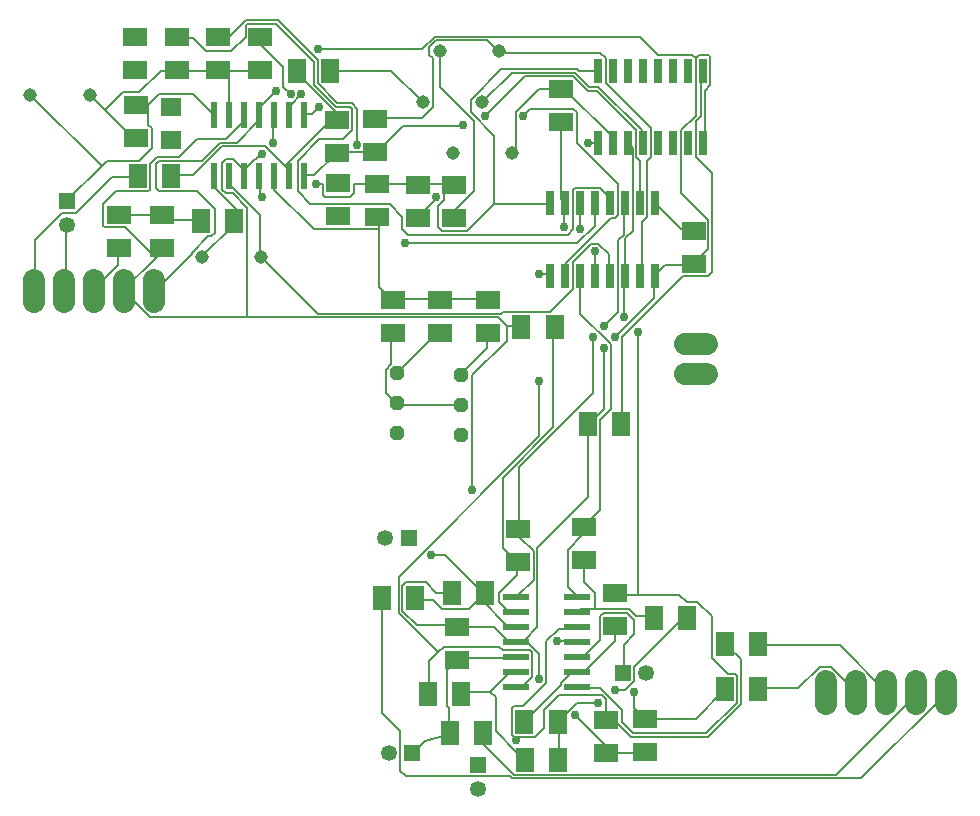
<source format=gbr>
G04 EAGLE Gerber X2 export*
%TF.Part,Single*%
%TF.FileFunction,Copper,L1,Top,Mixed*%
%TF.FilePolarity,Positive*%
%TF.GenerationSoftware,Autodesk,EAGLE,9.2.2*%
%TF.CreationDate,2019-06-08T20:53:20Z*%
G75*
%MOMM*%
%FSLAX34Y34*%
%LPD*%
%INTop Copper*%
%AMOC8*
5,1,8,0,0,1.08239X$1,22.5*%
G01*
%ADD10C,1.143000*%
%ADD11R,1.350000X1.350000*%
%ADD12C,1.350000*%
%ADD13R,1.800000X1.600000*%
%ADD14R,0.660400X2.032000*%
%ADD15R,0.600000X2.200000*%
%ADD16R,1.600000X2.000000*%
%ADD17R,2.000000X1.600000*%
%ADD18P,1.307527X8X292.500000*%
%ADD19R,2.200000X0.600000*%
%ADD20C,1.879600*%
%ADD21C,0.152400*%
%ADD22C,0.756400*%


D10*
X221887Y468437D03*
X171887Y468437D03*
D11*
X57395Y515723D03*
D12*
X57395Y495723D03*
D10*
X384099Y557010D03*
X434099Y557010D03*
X408805Y599770D03*
X358805Y599770D03*
X373162Y642869D03*
X423162Y642869D03*
D13*
X146017Y568112D03*
X146017Y596112D03*
D14*
X555501Y514458D03*
X555501Y452990D03*
X542801Y514458D03*
X530101Y514458D03*
X542801Y452990D03*
X530101Y452990D03*
X517401Y514458D03*
X517401Y452990D03*
X504701Y514458D03*
X504701Y452990D03*
X492001Y514458D03*
X479301Y514458D03*
X492001Y452990D03*
X479301Y452990D03*
X466601Y514458D03*
X466601Y452990D03*
X596177Y626312D03*
X596177Y564844D03*
X583477Y626312D03*
X570777Y626312D03*
X583477Y564844D03*
X570777Y564844D03*
X558077Y626312D03*
X558077Y564844D03*
X545377Y626312D03*
X545377Y564844D03*
X532677Y626312D03*
X519977Y626312D03*
X532677Y564844D03*
X519977Y564844D03*
X507277Y626312D03*
X507277Y564844D03*
D15*
X245743Y589132D03*
X245743Y537132D03*
X258443Y589132D03*
X233043Y589132D03*
X220343Y589132D03*
X258443Y537132D03*
X233043Y537132D03*
X220343Y537132D03*
X194943Y589132D03*
X194943Y537132D03*
X207643Y589132D03*
X182243Y589132D03*
X207643Y537132D03*
X182243Y537132D03*
D16*
X498520Y326961D03*
X526520Y326961D03*
D17*
X150363Y654662D03*
X150363Y626662D03*
X185802Y654662D03*
X185802Y626662D03*
X221241Y654662D03*
X221241Y626662D03*
X588083Y462984D03*
X588083Y490984D03*
X115962Y597061D03*
X115962Y569061D03*
X475433Y611165D03*
X475433Y583165D03*
X354428Y501446D03*
X354428Y529446D03*
X318659Y585508D03*
X318659Y557508D03*
X385618Y501930D03*
X385618Y529930D03*
X285999Y584900D03*
X285999Y556900D03*
D16*
X117376Y537194D03*
X145376Y537194D03*
D17*
X320206Y530599D03*
X320206Y502599D03*
X333213Y432097D03*
X333213Y404097D03*
X373745Y432097D03*
X373745Y404097D03*
X414277Y432097D03*
X414277Y404097D03*
D16*
X171165Y499481D03*
X199165Y499481D03*
X252580Y626559D03*
X280580Y626559D03*
D18*
X336546Y319400D03*
X336546Y344800D03*
X336546Y370200D03*
X391420Y318041D03*
X391420Y343441D03*
X391420Y368841D03*
D19*
X437683Y168091D03*
X489683Y168091D03*
X437683Y180791D03*
X437683Y155391D03*
X437683Y142691D03*
X489683Y180791D03*
X489683Y155391D03*
X489683Y142691D03*
X437683Y117291D03*
X489683Y117291D03*
X437683Y129991D03*
X437683Y104591D03*
X489683Y129991D03*
X489683Y104591D03*
D17*
X439424Y238310D03*
X439424Y210310D03*
D16*
X470326Y409311D03*
X442326Y409311D03*
X362791Y99135D03*
X390791Y99135D03*
X445048Y43189D03*
X473048Y43189D03*
D17*
X495232Y240481D03*
X495232Y212481D03*
D16*
X554336Y163229D03*
X582336Y163229D03*
D17*
X547217Y77266D03*
X547217Y49266D03*
X521926Y183937D03*
X521926Y155937D03*
X387583Y155475D03*
X387583Y127475D03*
D16*
X383363Y183890D03*
X411363Y183890D03*
D17*
X513718Y48743D03*
X513718Y76743D03*
D16*
X614451Y103014D03*
X642451Y103014D03*
X444910Y75138D03*
X472910Y75138D03*
X409620Y66040D03*
X381620Y66040D03*
X324263Y179802D03*
X352263Y179802D03*
X642300Y141245D03*
X614300Y141245D03*
D20*
X30000Y430602D02*
X30000Y449398D01*
X55400Y449398D02*
X55400Y430602D01*
X80800Y430602D02*
X80800Y449398D01*
X106200Y449398D02*
X106200Y430602D01*
X131600Y430602D02*
X131600Y449398D01*
D10*
X26641Y605575D03*
X76641Y605575D03*
D17*
X114923Y654662D03*
X114923Y626662D03*
X286623Y503255D03*
X286623Y531255D03*
D20*
X700000Y109398D02*
X700000Y90602D01*
X725400Y90602D02*
X725400Y109398D01*
X750800Y109398D02*
X750800Y90602D01*
X776200Y90602D02*
X776200Y109398D01*
X801600Y109398D02*
X801600Y90602D01*
D11*
X346768Y230965D03*
D12*
X326768Y230965D03*
D11*
X349862Y48476D03*
D12*
X329862Y48476D03*
D11*
X405754Y38637D03*
D12*
X405754Y18637D03*
D11*
X528047Y116866D03*
D12*
X548047Y116866D03*
D20*
X580602Y370000D02*
X599398Y370000D01*
X599398Y395400D02*
X580602Y395400D01*
D17*
X101922Y504458D03*
X101922Y476458D03*
X138006Y476591D03*
X138006Y504591D03*
D21*
X219456Y583692D02*
X219456Y588264D01*
X135636Y550164D02*
X132588Y547116D01*
X219456Y588264D02*
X220343Y589132D01*
X563880Y461772D02*
X586740Y461772D01*
X563880Y461772D02*
X556260Y454152D01*
X586740Y461772D02*
X588083Y462984D01*
X556260Y454152D02*
X555501Y452990D01*
X597408Y565404D02*
X597408Y609600D01*
X601980Y614172D01*
X601980Y638556D01*
X600456Y640080D01*
X592836Y640080D01*
X589788Y637032D01*
X589788Y588264D01*
X577596Y576072D01*
X577596Y522732D01*
X600456Y499872D01*
X600456Y475488D01*
X588264Y463296D01*
X596177Y564844D02*
X597408Y565404D01*
X588264Y463296D02*
X588083Y462984D01*
X547116Y48768D02*
X515112Y48768D01*
X513718Y48743D01*
X547116Y48768D02*
X547217Y49266D01*
X419100Y155448D02*
X388620Y155448D01*
X419100Y155448D02*
X431292Y143256D01*
X437388Y143256D01*
X388620Y155448D02*
X387583Y155475D01*
X437388Y143256D02*
X437683Y142691D01*
X382524Y184404D02*
X370332Y184404D01*
X361188Y193548D01*
X344424Y193548D01*
X341376Y190500D01*
X341376Y169164D01*
X353568Y156972D01*
X387096Y156972D01*
X383363Y183890D02*
X382524Y184404D01*
X387096Y156972D02*
X387583Y155475D01*
X498348Y265176D02*
X498348Y326136D01*
X498348Y265176D02*
X455676Y222504D01*
X455676Y155448D01*
X445008Y144780D02*
X443484Y143256D01*
X445008Y144780D02*
X455676Y155448D01*
X443484Y143256D02*
X438912Y143256D01*
X498348Y326136D02*
X498520Y326961D01*
X438912Y143256D02*
X437683Y142691D01*
X513588Y54864D02*
X513588Y48768D01*
X513588Y54864D02*
X487680Y80772D01*
X457200Y111252D02*
X457200Y132588D01*
X445008Y144780D01*
X513588Y48768D02*
X513718Y48743D01*
X445008Y144780D02*
X437683Y142691D01*
X554736Y434340D02*
X554736Y452628D01*
X554736Y434340D02*
X521208Y400812D01*
X512064Y391668D02*
X512064Y339852D01*
X499872Y327660D01*
X554736Y452628D02*
X555501Y452990D01*
X499872Y327660D02*
X498520Y326961D01*
X220980Y589788D02*
X220980Y595884D01*
X234696Y609600D01*
X269748Y644652D02*
X358140Y644652D01*
X368808Y655320D01*
X542544Y655320D01*
X557784Y640080D01*
X586740Y640080D01*
X589788Y637032D01*
X220980Y589788D02*
X220343Y589132D01*
D22*
X487680Y80772D03*
X457200Y111252D03*
X521208Y400812D03*
X512064Y391668D03*
X234696Y609600D03*
X269748Y644652D03*
D21*
X172212Y550164D02*
X135636Y550164D01*
X172212Y550164D02*
X187452Y565404D01*
X201168Y565404D01*
X219456Y583692D01*
X220343Y589132D01*
X163068Y470916D02*
X132588Y440436D01*
X163068Y470916D02*
X163068Y472440D01*
X176784Y486156D01*
X179832Y486156D01*
X182880Y489204D01*
X182880Y509016D01*
X167640Y524256D01*
X135636Y524256D01*
X132588Y527304D01*
X132588Y547116D01*
X132588Y440436D02*
X131600Y440000D01*
X457200Y454152D02*
X466344Y454152D01*
X466601Y452990D01*
X498348Y565404D02*
X505968Y565404D01*
X507277Y564844D01*
X489204Y143256D02*
X472440Y143256D01*
X489204Y143256D02*
X489683Y142691D01*
X220980Y521208D02*
X220980Y536448D01*
X220980Y521208D02*
X222504Y519684D01*
X220980Y536448D02*
X220343Y537132D01*
D22*
X457200Y454152D03*
X498348Y565404D03*
X472440Y143256D03*
X222504Y519684D03*
D21*
X100584Y475488D02*
X100584Y461772D01*
X82296Y443484D01*
X82296Y440436D01*
X100584Y475488D02*
X101922Y476458D01*
X82296Y440436D02*
X80800Y440000D01*
X300228Y530352D02*
X320040Y530352D01*
X320206Y530599D01*
X376428Y530352D02*
X385572Y530352D01*
X376428Y530352D02*
X355092Y530352D01*
X354428Y529446D01*
X385572Y530352D02*
X385618Y529930D01*
X419100Y513588D02*
X466344Y513588D01*
X419100Y513588D02*
X396240Y490728D01*
X374904Y490728D01*
X371856Y493776D01*
X371856Y512064D01*
X376428Y516636D01*
X376428Y530352D01*
X466344Y513588D02*
X466601Y514458D01*
X385618Y529930D02*
X376428Y530352D01*
X490728Y626364D02*
X505968Y626364D01*
X490728Y626364D02*
X489204Y627888D01*
X425196Y627888D01*
X399288Y601980D01*
X399288Y591312D01*
X419100Y571500D01*
X419100Y513588D01*
X505968Y626364D02*
X507277Y626312D01*
X353568Y530352D02*
X321564Y530352D01*
X320206Y530599D01*
X353568Y530352D02*
X354428Y529446D01*
X473964Y74676D02*
X473964Y44196D01*
X473048Y43189D01*
X473964Y74676D02*
X472910Y75138D01*
X579120Y163068D02*
X582168Y163068D01*
X507492Y91440D02*
X489204Y91440D01*
X473964Y76200D01*
X582168Y163068D02*
X582336Y163229D01*
X473964Y76200D02*
X472910Y75138D01*
X208788Y536448D02*
X207643Y537132D01*
X231648Y565404D02*
X231648Y588264D01*
X222504Y556260D02*
X217932Y551688D01*
X216408Y551688D01*
X208788Y544068D01*
X231648Y588264D02*
X233043Y589132D01*
X208788Y537972D02*
X207643Y537132D01*
X429768Y409956D02*
X441960Y409956D01*
X429768Y409956D02*
X422148Y417576D01*
X210312Y417576D02*
X128016Y417576D01*
X210312Y417576D02*
X422148Y417576D01*
X128016Y417576D02*
X106680Y438912D01*
X441960Y409956D02*
X442326Y409311D01*
X106680Y438912D02*
X106200Y440000D01*
X205740Y544068D02*
X208788Y544068D01*
X207643Y537132D01*
X400812Y368808D02*
X400812Y271272D01*
X400812Y368808D02*
X429768Y397764D01*
X429768Y409956D01*
X274320Y530352D02*
X268224Y530352D01*
D22*
X507492Y91440D03*
X231648Y565404D03*
X222504Y556260D03*
X400812Y271272D03*
X268224Y530352D03*
D21*
X579120Y163068D02*
X537972Y121920D01*
X537972Y109728D01*
X530352Y102108D01*
X521208Y102108D01*
X579120Y163068D02*
X582336Y163229D01*
X207264Y583692D02*
X207264Y588264D01*
X207264Y583692D02*
X192024Y568452D01*
X167640Y568452D01*
X152400Y553212D01*
X134112Y553212D01*
X128016Y547116D01*
X207264Y588264D02*
X207643Y589132D01*
X300228Y530352D02*
X300228Y522732D01*
X297180Y519684D01*
X275844Y519684D01*
X274320Y521208D01*
X274320Y530352D01*
D22*
X521208Y102108D03*
D21*
X137160Y472440D02*
X137160Y475488D01*
X132588Y467868D02*
X105156Y440436D01*
X132588Y467868D02*
X137160Y472440D01*
X137160Y475488D02*
X138006Y476591D01*
X106200Y440000D02*
X105156Y440436D01*
X132588Y467868D02*
X106680Y493776D01*
X89916Y493776D01*
X88392Y495300D01*
X88392Y513588D01*
X99060Y524256D01*
X126492Y524256D01*
X128016Y525780D01*
X128016Y547116D01*
X210312Y510540D02*
X210312Y417576D01*
X210312Y510540D02*
X198120Y522732D01*
X192024Y522732D01*
X188976Y525780D01*
X188976Y548640D01*
X192024Y551688D01*
X198120Y551688D01*
X205740Y544068D01*
X207643Y537132D01*
X440436Y237744D02*
X440436Y231648D01*
X452628Y219456D01*
X452628Y195072D01*
X438912Y181356D01*
X440436Y237744D02*
X439424Y238310D01*
X438912Y181356D02*
X437683Y180791D01*
X528828Y487680D02*
X528828Y513588D01*
X528828Y487680D02*
X524256Y483108D01*
X524256Y422148D01*
X512064Y409956D01*
X502920Y400812D02*
X502920Y353568D01*
X440436Y291084D01*
X440436Y239268D01*
X528828Y513588D02*
X530101Y514458D01*
X440436Y239268D02*
X439424Y238310D01*
D22*
X512064Y409956D03*
X502920Y400812D03*
D21*
X364236Y126492D02*
X364236Y100584D01*
X371856Y134112D02*
X376428Y138684D01*
X371856Y134112D02*
X364236Y126492D01*
X376428Y138684D02*
X423672Y138684D01*
X426720Y135636D01*
X449580Y135636D01*
X451104Y134112D01*
X451104Y112776D01*
X443484Y105156D01*
X438912Y105156D01*
X364236Y100584D02*
X362791Y99135D01*
X437683Y104591D02*
X438912Y105156D01*
X492252Y492252D02*
X492252Y513588D01*
X457568Y363709D02*
X457568Y317360D01*
X338328Y198120D01*
X338328Y167640D01*
X371856Y134112D01*
X492252Y513588D02*
X492001Y514458D01*
D22*
X492252Y492252D03*
X457568Y363709D03*
D21*
X493776Y239268D02*
X493776Y233172D01*
X481584Y220980D01*
X481584Y188976D01*
X489204Y181356D01*
X493776Y239268D02*
X495232Y240481D01*
X489204Y181356D02*
X489683Y180791D01*
X492252Y420624D02*
X492252Y452628D01*
X492252Y420624D02*
X518160Y394716D01*
X518160Y339852D01*
X509016Y330708D01*
X509016Y254508D01*
X495300Y240792D01*
X492252Y452628D02*
X492001Y452990D01*
X495300Y240792D02*
X495232Y240481D01*
X530352Y454152D02*
X530352Y484632D01*
X536448Y490728D01*
X536448Y560832D01*
X533400Y563880D01*
X530352Y454152D02*
X530101Y452990D01*
X533400Y563880D02*
X532677Y564844D01*
X541020Y182880D02*
X576072Y182880D01*
X541020Y182880D02*
X522732Y182880D01*
X576072Y182880D02*
X582168Y176784D01*
X591312Y176784D01*
X603504Y164592D01*
X603504Y129540D01*
X617220Y115824D01*
X623316Y115824D01*
X624840Y114300D01*
X624840Y91440D01*
X598932Y65532D01*
X536448Y65532D01*
X527304Y74676D01*
X527304Y85344D01*
X509016Y103632D01*
X490728Y103632D01*
X522732Y182880D02*
X521926Y183937D01*
X489683Y104591D02*
X490728Y103632D01*
X528828Y417576D02*
X528828Y452628D01*
X541020Y405384D02*
X541020Y182880D01*
X528828Y452628D02*
X530101Y452990D01*
D22*
X528828Y417576D03*
X541020Y405384D03*
D21*
X577596Y492252D02*
X586740Y492252D01*
X577596Y492252D02*
X556260Y513588D01*
X586740Y492252D02*
X588083Y490984D01*
X556260Y513588D02*
X555501Y514458D01*
X527304Y400812D02*
X527304Y327660D01*
X527304Y400812D02*
X579120Y452628D01*
X600456Y452628D01*
X603504Y455676D01*
X603504Y539496D01*
X589788Y553212D01*
X589788Y583692D01*
X594360Y588264D01*
X594360Y623316D01*
X595884Y624840D01*
X527304Y327660D02*
X526520Y326961D01*
X595884Y624840D02*
X596177Y626312D01*
X164592Y653796D02*
X150876Y653796D01*
X164592Y653796D02*
X175260Y643128D01*
X196596Y643128D01*
X208788Y655320D01*
X208788Y664464D01*
X210312Y665988D01*
X234696Y665988D01*
X266700Y633984D01*
X266700Y614172D01*
X284988Y595884D01*
X297180Y595884D01*
X298704Y594360D01*
X298704Y576072D01*
X291084Y568452D01*
X271272Y568452D01*
X252984Y550164D01*
X252984Y524256D01*
X263652Y513588D01*
X330708Y513588D01*
X341376Y502920D01*
X341376Y492252D01*
X345948Y487680D01*
X481584Y487680D01*
X486156Y492252D01*
X486156Y525780D01*
X487680Y527304D01*
X509016Y527304D01*
X516636Y519684D01*
X516636Y515112D01*
X150876Y653796D02*
X150363Y654662D01*
X516636Y515112D02*
X517401Y514458D01*
X195072Y655320D02*
X185928Y655320D01*
X195072Y655320D02*
X208788Y669036D01*
X236220Y669036D01*
X269748Y635508D01*
X269748Y615696D01*
X286512Y598932D01*
X298704Y598932D01*
X303276Y594360D01*
X303276Y563880D01*
X343558Y480372D02*
X489516Y480372D01*
X504444Y495300D01*
X504444Y513588D01*
X185802Y654662D02*
X185928Y655320D01*
X504701Y514458D02*
X504444Y513588D01*
D22*
X303276Y563880D03*
X343558Y480372D03*
D21*
X222504Y647700D02*
X222504Y653796D01*
X222504Y647700D02*
X240792Y629412D01*
X240792Y612648D01*
X246888Y606552D01*
X504444Y473964D02*
X504444Y454152D01*
X222504Y653796D02*
X221241Y654662D01*
X504444Y454152D02*
X504701Y452990D01*
D22*
X246888Y606552D03*
X504444Y473964D03*
D21*
X184404Y626364D02*
X150876Y626364D01*
X150363Y626662D01*
X184404Y626364D02*
X185802Y626662D01*
X185928Y626364D02*
X195072Y626364D01*
X220980Y626364D01*
X221241Y626662D01*
X185928Y626364D02*
X185802Y626662D01*
X195072Y626364D02*
X195072Y589788D01*
X194943Y589132D01*
X195072Y626364D02*
X185802Y626662D01*
X115824Y569976D02*
X112776Y569976D01*
X89916Y592836D02*
X77724Y605028D01*
X89916Y592836D02*
X112776Y569976D01*
X115824Y569976D02*
X115962Y569061D01*
X77724Y605028D02*
X76641Y605575D01*
X137160Y626364D02*
X149352Y626364D01*
X137160Y626364D02*
X118872Y608076D01*
X105156Y608076D01*
X89916Y592836D01*
X149352Y626364D02*
X150363Y626662D01*
X126492Y597408D02*
X117348Y597408D01*
X126492Y597408D02*
X135636Y606552D01*
X164592Y606552D01*
X181356Y589788D01*
X117348Y597408D02*
X115962Y597061D01*
X181356Y589788D02*
X182243Y589132D01*
X126492Y597408D02*
X126492Y580644D01*
X129540Y577596D01*
X129540Y560832D01*
X118872Y550164D01*
X91440Y550164D01*
X86868Y545592D02*
X57912Y516636D01*
X86868Y545592D02*
X91440Y550164D01*
X57912Y516636D02*
X57395Y515723D01*
X86868Y545592D02*
X27432Y605028D01*
X26641Y605575D01*
X516636Y470916D02*
X516636Y454152D01*
X516636Y470916D02*
X507492Y480060D01*
X501396Y480060D01*
X486156Y464820D01*
X486156Y441960D01*
X466344Y422148D01*
X426720Y422148D01*
X425196Y420624D01*
X269748Y420624D01*
X222504Y467868D01*
X516636Y454152D02*
X517401Y452990D01*
X222504Y467868D02*
X221887Y468437D01*
X195072Y530352D02*
X195072Y536448D01*
X195072Y530352D02*
X220980Y504444D01*
X220980Y469392D01*
X195072Y536448D02*
X194943Y537132D01*
X220980Y469392D02*
X221887Y468437D01*
X199165Y499481D02*
X202867Y503490D01*
X181356Y536448D02*
X182243Y537132D01*
X475488Y518160D02*
X475488Y582168D01*
X475488Y518160D02*
X478536Y515112D01*
X475488Y582168D02*
X475433Y583165D01*
X478536Y515112D02*
X479301Y514458D01*
X332232Y403860D02*
X332232Y377952D01*
X327660Y373380D01*
X327660Y353568D01*
X335280Y345948D01*
X332232Y403860D02*
X333213Y404097D01*
X335280Y345948D02*
X336546Y344800D01*
X339919Y343801D02*
X390952Y343801D01*
X391420Y343441D01*
X339919Y343801D02*
X338512Y342834D01*
X336546Y344800D01*
X478536Y493776D02*
X478536Y513588D01*
X479301Y514458D01*
D22*
X478536Y493776D03*
D21*
X198120Y495300D02*
X198120Y498348D01*
X198120Y495300D02*
X172212Y469392D01*
X198120Y498348D02*
X199165Y499481D01*
X172212Y469392D02*
X171887Y468437D01*
X202692Y502920D02*
X202692Y507492D01*
X182880Y527304D01*
X182880Y536448D01*
X202692Y502920D02*
X199165Y499481D01*
X182880Y536448D02*
X182243Y537132D01*
X475488Y611124D02*
X478536Y611124D01*
X519684Y569976D01*
X519684Y565404D01*
X475488Y611124D02*
X475433Y611165D01*
X519684Y565404D02*
X519977Y564844D01*
X437388Y559758D02*
X437388Y591312D01*
X457200Y611124D01*
X473964Y611124D01*
X437388Y559758D02*
X434099Y557010D01*
X473964Y611124D02*
X475433Y611165D01*
X370332Y518160D02*
X355092Y502920D01*
X370332Y518160D02*
X370332Y519684D01*
X355092Y502920D02*
X354428Y501446D01*
D22*
X370332Y519684D03*
D21*
X544068Y565404D02*
X544068Y576072D01*
X507492Y612648D01*
X499872Y612648D01*
X487680Y624840D01*
X434340Y624840D01*
X409956Y600456D01*
X544068Y565404D02*
X545377Y564844D01*
X409956Y600456D02*
X408805Y599770D01*
X246888Y597408D02*
X246888Y589788D01*
X246888Y597408D02*
X256032Y606552D01*
X246888Y589788D02*
X245743Y589132D01*
D22*
X256032Y606552D03*
D21*
X320040Y586740D02*
X358140Y586740D01*
X367284Y595884D01*
X367284Y637032D01*
X364236Y640080D01*
X364236Y646176D01*
X370332Y652272D01*
X413004Y652272D01*
X422148Y643128D01*
X320040Y586740D02*
X318659Y585508D01*
X422148Y643128D02*
X423162Y642869D01*
X544068Y498348D02*
X544068Y454152D01*
X544068Y498348D02*
X548640Y502920D01*
X548640Y550164D01*
X551688Y553212D01*
X551688Y577596D01*
X513588Y615696D01*
X513588Y637032D01*
X509016Y641604D01*
X423672Y641604D01*
X544068Y454152D02*
X542801Y452990D01*
X423672Y641604D02*
X423162Y642869D01*
X387096Y509016D02*
X387096Y502920D01*
X387096Y509016D02*
X402336Y524256D01*
X402336Y583692D01*
X373380Y612648D01*
X373380Y641604D01*
X387096Y502920D02*
X385618Y501930D01*
X373380Y641604D02*
X373162Y642869D01*
X318516Y557784D02*
X286512Y557784D01*
X285999Y556900D01*
X318516Y557784D02*
X318659Y557508D01*
X542544Y550164D02*
X542544Y515112D01*
X542544Y550164D02*
X539496Y553212D01*
X539496Y576072D01*
X505968Y609600D01*
X498348Y609600D01*
X486156Y621792D01*
X445008Y621792D01*
X411480Y588264D01*
X393210Y580315D02*
X392315Y579419D01*
X341675Y579419D01*
X320040Y557784D01*
X542544Y515112D02*
X542801Y514458D01*
X320040Y557784D02*
X318659Y557508D01*
X266700Y537972D02*
X259080Y537972D01*
X266700Y537972D02*
X284988Y556260D01*
X259080Y537972D02*
X258443Y537132D01*
X284988Y556260D02*
X285999Y556900D01*
D22*
X411480Y588264D03*
X393210Y580315D03*
D21*
X373380Y432816D02*
X333756Y432816D01*
X333213Y432097D01*
X373380Y432816D02*
X373745Y432097D01*
X321564Y443484D02*
X321564Y492252D01*
X321564Y501396D01*
X321564Y443484D02*
X332232Y432816D01*
X321564Y501396D02*
X320206Y502599D01*
X332232Y432816D02*
X333213Y432097D01*
X374904Y432816D02*
X413004Y432816D01*
X414277Y432097D01*
X374904Y432816D02*
X373745Y432097D01*
X233172Y525780D02*
X233172Y536448D01*
X233172Y525780D02*
X266700Y492252D01*
X321564Y492252D01*
X233172Y536448D02*
X233043Y537132D01*
X281940Y626364D02*
X332232Y626364D01*
X358140Y600456D01*
X281940Y626364D02*
X280580Y626559D01*
X358140Y600456D02*
X358805Y599770D01*
X480060Y463296D02*
X480060Y454152D01*
X480060Y463296D02*
X518160Y501396D01*
X521208Y501396D01*
X524256Y504444D01*
X524256Y530352D01*
X489204Y565404D01*
X489204Y591312D01*
X486156Y594360D01*
X449580Y594360D01*
X443484Y588264D01*
X480060Y454152D02*
X479301Y452990D01*
X265176Y589788D02*
X259080Y589788D01*
X265176Y589788D02*
X271272Y595884D01*
X259080Y589788D02*
X258443Y589132D01*
D22*
X443484Y588264D03*
X271272Y595884D03*
D21*
X370332Y403860D02*
X373380Y403860D01*
X370332Y403860D02*
X336804Y370332D01*
X373380Y403860D02*
X373745Y404097D01*
X336804Y370332D02*
X336546Y370200D01*
X413004Y391668D02*
X413004Y403860D01*
X413004Y391668D02*
X391668Y370332D01*
X413004Y403860D02*
X414277Y404097D01*
X391668Y370332D02*
X391420Y368841D01*
X252984Y623316D02*
X252984Y626364D01*
X252984Y623316D02*
X284988Y591312D01*
X284988Y585216D01*
X252984Y626364D02*
X252580Y626559D01*
X284988Y585216D02*
X285999Y584900D01*
X164592Y537972D02*
X146304Y537972D01*
X164592Y537972D02*
X188976Y562356D01*
X225552Y562356D01*
X242316Y545592D02*
X245364Y542544D01*
X242316Y545592D02*
X225552Y562356D01*
X245364Y542544D02*
X245364Y537972D01*
X146304Y537972D02*
X145376Y537194D01*
X245364Y537972D02*
X245743Y537132D01*
X280416Y583692D02*
X284988Y583692D01*
X280416Y583692D02*
X242316Y545592D01*
X284988Y583692D02*
X285999Y584900D01*
X56388Y495300D02*
X56388Y440436D01*
X56388Y495300D02*
X57395Y495723D01*
X56388Y440436D02*
X55400Y440000D01*
X96012Y536448D02*
X117348Y536448D01*
X96012Y536448D02*
X65532Y505968D01*
X53340Y505968D01*
X30480Y483108D01*
X30480Y440436D01*
X117348Y536448D02*
X117376Y537194D01*
X30480Y440436D02*
X30000Y440000D01*
X324612Y178308D02*
X324612Y82296D01*
X339852Y67056D01*
X339852Y33875D01*
X344771Y28956D01*
X432816Y28956D01*
X434340Y27432D01*
X729996Y27432D01*
X801624Y99060D01*
X324612Y178308D02*
X324263Y179802D01*
X801600Y100000D02*
X801624Y99060D01*
X708660Y30480D02*
X435864Y30480D01*
X708660Y30480D02*
X777240Y99060D01*
X776200Y100000D01*
X409956Y65532D02*
X409956Y56388D01*
X435864Y30480D01*
X409956Y65532D02*
X409620Y66040D01*
X643128Y140208D02*
X711708Y140208D01*
X751332Y100584D01*
X643128Y140208D02*
X642300Y141245D01*
X750800Y100000D02*
X751332Y100584D01*
X676656Y103632D02*
X643128Y103632D01*
X676656Y103632D02*
X694944Y121920D01*
X704088Y121920D01*
X725424Y100584D01*
X643128Y103632D02*
X642451Y103014D01*
X725400Y100000D02*
X725424Y100584D01*
X438912Y199644D02*
X438912Y208788D01*
X438912Y199644D02*
X423672Y184404D01*
X423672Y176784D01*
X431292Y169164D01*
X437388Y169164D01*
X438912Y208788D02*
X439424Y210310D01*
X437388Y169164D02*
X437683Y168091D01*
X469392Y324612D02*
X469392Y408432D01*
X469392Y324612D02*
X426720Y281940D01*
X426720Y222504D01*
X438912Y210312D01*
X469392Y408432D02*
X470326Y409311D01*
X439424Y210310D02*
X438912Y210312D01*
X416052Y100584D02*
X391668Y100584D01*
X416052Y100584D02*
X431292Y115824D01*
X437388Y115824D01*
X391668Y100584D02*
X390791Y99135D01*
X437388Y115824D02*
X437683Y117291D01*
X445008Y48768D02*
X445008Y44196D01*
X420624Y67056D02*
X420624Y96012D01*
X416052Y100584D01*
X445008Y44196D02*
X445048Y43189D01*
X445008Y48768D02*
X438912Y48768D01*
X420624Y67056D01*
X445008Y48768D02*
X445048Y43189D01*
X539496Y164592D02*
X553212Y164592D01*
X539496Y164592D02*
X533400Y170688D01*
X504444Y170688D02*
X492252Y170688D01*
X504444Y170688D02*
X533400Y170688D01*
X492252Y170688D02*
X490728Y169164D01*
X553212Y164592D02*
X554336Y163229D01*
X490728Y169164D02*
X489683Y168091D01*
X495300Y193548D02*
X495300Y211836D01*
X495300Y193548D02*
X504444Y184404D01*
X504444Y170688D01*
X495300Y211836D02*
X495232Y212481D01*
X367284Y178308D02*
X353568Y178308D01*
X367284Y178308D02*
X374904Y170688D01*
X397764Y170688D01*
X406908Y179832D02*
X409956Y182880D01*
X406908Y179832D02*
X397764Y170688D01*
X353568Y178308D02*
X352263Y179802D01*
X409956Y182880D02*
X411363Y183890D01*
X431292Y155448D02*
X437388Y155448D01*
X431292Y155448D02*
X406908Y179832D01*
X437388Y155448D02*
X437683Y155391D01*
X411363Y183890D02*
X406908Y179832D01*
X377952Y216408D02*
X365760Y216408D01*
X377952Y216408D02*
X409956Y184404D01*
X411363Y183890D01*
D22*
X365760Y216408D03*
D21*
X381000Y86868D02*
X381000Y67056D01*
X381000Y86868D02*
X379476Y88392D01*
X379476Y118872D01*
X387096Y126492D01*
X381000Y67056D02*
X381620Y66040D01*
X387096Y126492D02*
X387583Y127475D01*
X390144Y129540D02*
X437388Y129540D01*
X390144Y129540D02*
X388620Y128016D01*
X437388Y129540D02*
X437683Y129991D01*
X388620Y128016D02*
X387583Y127475D01*
X381000Y65532D02*
X379476Y64008D01*
X360371Y58985D01*
X349862Y48476D01*
X381000Y65532D02*
X381620Y66040D01*
X515112Y76200D02*
X521208Y76200D01*
X534924Y62484D01*
X600456Y62484D01*
X627888Y89916D01*
X627888Y128016D01*
X615696Y140208D01*
X515112Y76200D02*
X513718Y76743D01*
X614300Y141245D02*
X615696Y140208D01*
X489204Y153924D02*
X473964Y153924D01*
X463296Y143256D01*
X463296Y108204D01*
X443484Y88392D01*
X435864Y88392D01*
X434340Y86868D01*
X434340Y64008D01*
X435864Y62484D01*
X437388Y62484D02*
X454152Y62484D01*
X437388Y62484D02*
X435864Y62484D01*
X454152Y62484D02*
X461772Y70104D01*
X461772Y85344D01*
X473964Y97536D01*
X510540Y97536D01*
X513588Y94488D01*
X513588Y77724D01*
X489204Y153924D02*
X489683Y155391D01*
X513588Y77724D02*
X513718Y76743D01*
X437388Y62484D02*
X437388Y59436D01*
D22*
X437388Y59436D03*
D21*
X548640Y77724D02*
X589788Y77724D01*
X614172Y102108D01*
X548640Y77724D02*
X547217Y77266D01*
X614172Y102108D02*
X614451Y103014D01*
X495300Y131064D02*
X490728Y131064D01*
X495300Y131064D02*
X509016Y144780D01*
X509016Y164592D01*
X512064Y167640D01*
X531876Y167640D01*
X537972Y161544D01*
X490728Y131064D02*
X489683Y129991D01*
X528828Y140208D02*
X528828Y117348D01*
X528828Y140208D02*
X537972Y149352D01*
X537972Y161544D01*
X528828Y117348D02*
X528047Y116866D01*
X537972Y100584D02*
X537972Y86868D01*
X547116Y77724D01*
X547217Y77266D01*
D22*
X537972Y100584D03*
D21*
X475488Y106680D02*
X445008Y76200D01*
X475488Y106680D02*
X475488Y108204D01*
X483108Y115824D01*
X489204Y115824D01*
X445008Y76200D02*
X444910Y75138D01*
X489204Y115824D02*
X489683Y117291D01*
X490728Y117348D02*
X495300Y117348D01*
X490728Y117348D02*
X489683Y117291D01*
X521208Y143256D02*
X521208Y155448D01*
X521208Y143256D02*
X495300Y117348D01*
X521208Y155448D02*
X521926Y155937D01*
X495300Y117348D02*
X489683Y117291D01*
X137160Y504444D02*
X102108Y504444D01*
X101922Y504458D01*
X137160Y504444D02*
X138006Y504591D01*
X143256Y499872D02*
X170688Y499872D01*
X143256Y499872D02*
X138684Y504444D01*
X170688Y499872D02*
X171165Y499481D01*
X138684Y504444D02*
X138006Y504591D01*
M02*

</source>
